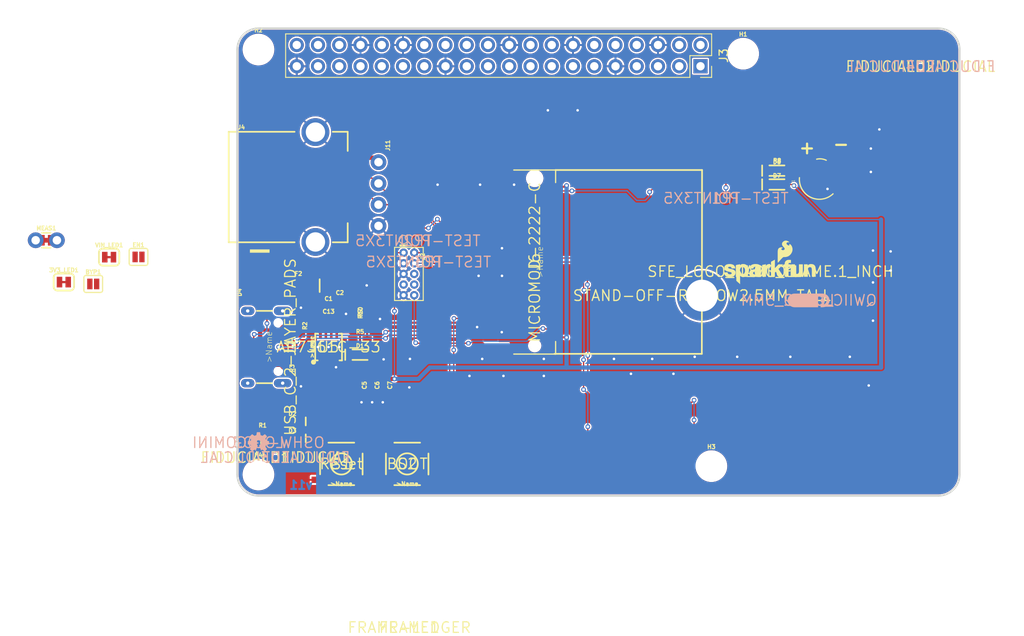
<source format=kicad_pcb>
(kicad_pcb (version 20211014) (generator pcbnew)
  (layers (0 "F.Cu" signal) (31 "B.Cu" signal) (34 "B.Paste" user) (35 "F.Paste" user) (36 "B.SilkS" user "B.Silkscreen") (37 "F.SilkS" user "F.Silkscreen") (38 "B.Mask" user) (39 "F.Mask" user) (44 "Edge.Cuts" user))
  (net 0 "")
  (net 1 "GND")
  (net 2 "3.3V")
  (net 3 "V_USB")
  (net 4 "VIN")
  (net 5 "Net-(3V3_LED1-Pad1)")
  (net 6 "Net-(BT1-Pad+)")
  (net 7 "/3.3V_EN")
  (net 8 "Net-(D2-PadA)")
  (net 9 "Net-(D3-PadA)")
  (net 10 "Net-(D3-PadC)")
  (net 11 "Net-(D4-PadC)")
  (net 12 "/RTC_3V")
  (net 13 "Net-(EN1-Pad2)")
  (net 14 "Net-(J1-PadA5)")
  (net 15 "/USB_P")
  (net 16 "/USB_N")
  (net 17 "Net-(J1-PadB5)")
  (net 18 "Net-(J1-PadSHLD1)")
  (net 20 "/~{RESET}")
  (net 21 "/USBHOST_P")
  (net 22 "/USBHOST_N")
  (net 23 "/D0")
  (net 24 "/~{BOOT}")
  (net 25 "/RTS1")
  (net 26 "/CTS1")
  (net 27 "/TX1")
  (net 28 "/D1")
  (net 29 "/RX1")
  (net 30 "/PWM0")
  (net 31 "/PWM1")
  (net 32 "/VIN{slash}3")
  (net 33 "/SDA1")
  (net 34 "/SCL1")
  (net 35 "/~{CS}")
  (net 36 "/SCK")
  (net 37 "/COPI")
  (net 38 "/SCK1")
  (net 39 "/CIPO")
  (net 40 "/COPI1")
  (net 41 "/CIPO1{slash}DAT0")
  (net 42 "/DAT1")
  (net 43 "/DAT2")
  (net 44 "/~{CS1}{slash}DAT3")
  (net 45 "Net-(MEAS1-Pad1)")
  (net 46 "PI_GPIO0")
  (net 47 "PI_GPIO1")
  (net 48 "+3V3")
  (net 49 "+5V")
  (net 50 "PI_SDA")
  (net 51 "PI_SCL")
  (net 52 "PI-ACT")
  (net 53 "PI-D4")
  (net 54 "PI-D5")
  (net 55 "PI-D7")
  (net 56 "PI-DP")
  (net 57 "PI-SEL")
  (net 58 "PI-REQ")
  (net 59 "PI-MSG")
  (net 60 "PI-C_D")
  (net 61 "PI-D0")
  (net 62 "PI_GPIO9")
  (net 63 "PI-I_O")
  (net 64 "PI-D1")
  (net 65 "PI-DTD")
  (net 66 "PI-TAD")
  (net 67 "DBG_LED")
  (net 68 "PI-IND")
  (net 69 "PI-D2")
  (net 70 "PI-D3")
  (net 71 "PI-ATN")
  (net 72 "PI-D6")
  (net 73 "PI-BSY")
  (net 74 "PI-RST")
  (net 75 "PI-ACK")
  (footprint "MicroMod_ATP_CarrierBoard:0603" (layer "F.Cu") (at 123.1011 119.7356 -90)
    (fp_text reference "C7")
    (fp_text value "0.22uF")
  )
  (footprint "MicroMod_ATP_CarrierBoard:COMBO-JUMPER_2_NC_TRACE" (layer "F.Cu") (at 82.5 102.4)
    (fp_text reference "MEAS1")
    (fp_text value "JUMPER-COMBO_2_NC_TRACE")
  )
  (footprint "MicroMod_ATP_CarrierBoard:M.2-CONNECTOR-E" (layer "F.Cu") (at 140.8811 105.0036 -90)
    (fp_text reference "J6")
    (fp_text value "MICROMOD-2222-C")
  )
  (footprint "MicroMod_ATP_CarrierBoard:0603" (layer "F.Cu") (at 121.0691 111.0996 90)
    (fp_text reference "R9")
    (fp_text value "10k")
  )
  (footprint "MicroMod_ATP_CarrierBoard:SMT-JUMPER_2_NC_TRACE_SILK" (layer "F.Cu") (at 84.6 107.4)
    (fp_text reference "3V3_LED1")
    (fp_text value "JUMPER-SMT_2_NC_TRACE_SILK")
  )
  (footprint "MicroMod_ATP_CarrierBoard:UDFN-8" (layer "F.Cu") (at 116.2431 115.1636)
    (fp_text reference "U5")
    (fp_text value "AP7361C-33")
  )
  (footprint "MicroMod_ATP_CarrierBoard:TACTILE_SWITCH_SMD_5.2MM" (layer "F.Cu") (at 117.7671 129.1336 180)
    (fp_text reference "S1")
    (fp_text value "Reset")
  )
  (footprint "MicroMod_ATP_CarrierBoard:0603" (layer "F.Cu") (at 121.5771 119.7356 -90)
    (fp_text reference "C6")
    (fp_text value "0.1uF")
  )
  (footprint "MicroMod_ATP_CarrierBoard:0603" (layer "F.Cu") (at 169.8625 92.4052 180)
    (fp_text reference "R8")
    (fp_text value "1k")
  )
  (footprint "MicroMod_ATP_CarrierBoard:TACTILE_SWITCH_SMD_5.2MM" (layer "F.Cu") (at 125.6411 129.1336 180)
    (fp_text reference "S2")
    (fp_text value "BOOT")
  )
  (footprint "MicroMod_ATP_CarrierBoard:STAND-OFF" (layer "F.Cu") (at 107.8611 130.4036)
    (fp_text reference "H4")
    (fp_text value "STAND-OFF")
  )
  (footprint "MicroMod_ATP_CarrierBoard:SMT-JUMPER_2_NO_SILK" (layer "F.Cu") (at 93.523 104.3946)
    (fp_text reference "EN1")
    (fp_text value "JUMPER-SMT_2_NO_SILK")
  )
  (footprint "MicroMod_ATP_CarrierBoard:STAND-OFF" (layer "F.Cu") (at 162 129.4)
    (fp_text reference "H3")
    (fp_text value "STAND-OFF")
  )
  (footprint "MicroMod_ATP_CarrierBoard:FIDUCIAL-MICRO" (layer "F.Cu") (at 109.8931 128.3716)
    (fp_text reference "FD1")
    (fp_text value "FIDUCIALUFIDUCIAL")
  )
  (footprint "MicroMod_ATP_CarrierBoard:0603" (layer "F.Cu") (at 112.9411 117.7036 90)
    (fp_text reference "R3")
    (fp_text value "5.1k")
  )
  (footprint "MicroMod_ATP_CarrierBoard:STAND-OFF" (layer "F.Cu") (at 107.8611 79.6036)
    (fp_text reference "H2")
    (fp_text value "STAND-OFF")
  )
  (footprint "MicroMod_ATP_CarrierBoard:CREATIVE_COMMONS" (layer "F.Cu") (at 125.8951 148.6916)
    (fp_text reference "FRAME1")
    (fp_text value "FRAME-LEDGER")
  )
  (footprint "MicroMod_ATP_CarrierBoard:0603" (layer "F.Cu") (at 108.4961 126.0856 180)
    (fp_text reference "R4")
    (fp_text value "1k")
  )
  (footprint "MicroMod_ATP_CarrierBoard:0603" (layer "F.Cu") (at 116.2431 110.4392)
    (fp_text reference "C1")
    (fp_text value "0.1uF")
  )
  (footprint "MicroMod_ATP_CarrierBoard:0603" (layer "F.Cu") (at 116.2431 111.9632)
    (fp_text reference "C13")
    (fp_text value "0.22uF")
  )
  (footprint "MicroMod_ATP_CarrierBoard:LED-0603" (layer "F.Cu") (at 111.9251 126.0856)
    (fp_text reference "D3")
    (fp_text value "RED")
  )
  (footprint "MicroMod_ATP_CarrierBoard:ML414H_IV01E" (layer "F.Cu") (at 174.9171 95.0976 90)
    (fp_text reference "BT1")
    (fp_text value "ML414H")
  )
  (footprint "MicroMod_ATP_CarrierBoard:SMT-JUMPER_2_NO_SILK" (layer "F.Cu") (at 88.113 107.6246)
    (fp_text reference "BYP1")
    (fp_text value "JUMPER-SMT_2_NO_SILK")
  )
  (footprint "MicroMod_ATP_CarrierBoard:DO-214BA" (layer "F.Cu") (at 108.0389 106.9086 90)
    (fp_text reference "D4")
    (fp_text value "1A/15V/220mV")
  )
  (footprint "MicroMod_ATP_CarrierBoard:SMT-JUMPER_2_NC_TRACE_SILK" (layer "F.Cu") (at 90.01 104.42)
    (fp_text reference "VIN_LED1")
    (fp_text value "JUMPER-SMT_2_NC_TRACE_SILK")
  )
  (footprint "MicroMod_ATP_CarrierBoard:STAND-OFF-REFLOW-M2.5" (layer "F.Cu") (at 160.8709 109.0168)
    (fp_text reference "H5")
    (fp_text value "STAND-OFF-REFLOW2.5MM_TALL")
  )
  (footprint "MicroMod_ATP_CarrierBoard:USB-C-16P-2LAYER-PADS" (layer "F.Cu") (at 111.6711 115.1636 -90)
    (fp_text reference "J1")
    (fp_text value "USB_C_2-LAYER_PADS")
  )
  (footprint "MicroMod_ATP_CarrierBoard:STAND-OFF" (layer "F.Cu") (at 165.8 80.1)
    (fp_text reference "H1")
    (fp_text value "STAND-OFF")
  )
  (footprint "MicroMod_ATP_CarrierBoard:EIA3216" (layer "F.Cu") (at 117.5893 107.823 180)
    (fp_text reference "C2")
    (fp_text value "10uF")
  )
  (footprint "MicroMod_ATP_CarrierBoard:0603" (layer "F.Cu") (at 119.5705 111.0742 -90)
    (fp_text reference "R10")
    (fp_text value "20k")
  )
  (footprint "MicroMod_ATP_CarrierBoard:0603" (layer "F.Cu") (at 120.0023 114.3762)
    (fp_text reference "R5")
    (fp_text value "100k")
  )
  (footprint "MicroMod_ATP_CarrierBoard:0603" (layer "F.Cu") (at 108.3691 124.0536 180)
    (fp_text reference "R1")
    (fp_text value "1k")
  )
  (footprint "MicroMod_ATP_CarrierBoard:1X04_NO_SILK" (layer "F.Cu") (at 122.2121 93.0656 -90)
    (fp_text reference "J11")
    (fp_text value "CONN_041X04_NO_SILK_NO_POP")
  )
  (footprint "MicroMod_ATP_CarrierBoard:SOD-323" (layer "F.Cu") (at 120.0023 116.078)
    (fp_text reference "D1")
    (fp_text value "3.3V")
  )
  (footprint "MicroMod_ATP_CarrierBoard:0603" (layer "F.Cu") (at 120.0531 119.7356 -90)
    (fp_text reference "C5")
    (fp_text value "1.0uF")
  )
  (footprint "MicroMod_ATP_CarrierBoard:LED-0603" (layer "F.Cu") (at 111.9251 124.0536)
    (fp_text reference "D2")
    (fp_text value "RED")
  )
  (footprint "MicroMod_ATP_CarrierBoard:SFE_LOGO_NAME_FLAME_.1" (layer "F.Cu") (at 169.0751 106.1466)
    (fp_text reference "LOGO1")
    (fp_text value "SFE_LOGO_NAME_FLAME.1_INCH")
  )
  (footprint "MicroMod_ATP_CarrierBoard:SOD-323" (layer "F.Cu") (at 169.8371 95.7326)
    (fp_text reference "D7")
    (fp_text value "1A/23V/620mV")
  )
  (footprint "MicroMod_ATP_CarrierBoard:0603" (layer "F.Cu") (at 112.9411 112.6236 -90)
    (fp_text reference "R2")
    (fp_text value "5.1k")
  )
  (footprint "MicroMod_ATP_CarrierBoard:USB-A-S-SILK-FEMALE" (layer "F.Cu") (at 111.6711 96.0374)
    (fp_text reference "J4")
    (fp_text value "USB_A_SMT_FEMALE")
  )
  (footprint "MicroMod_ATP_CarrierBoard:FIDUCIAL-MICRO" (layer "F.Cu") (at 186.9981 81.6356)
    (fp_text reference "FD2")
    (fp_text value "FIDUCIALUFIDUCIAL")
  )
  (footprint "MicroMod_ATP_CarrierBoard:1210" (layer "F.Cu") (at 112.6363 108.077)
    (fp_text reference "F2")
    (fp_text value "6V/2A")
  )
  (footprint "MicroMod_ATP_CarrierBoard:SOD-323" (layer "F.Cu") (at 169.8371 94.0816)
    (fp_text reference "D6")
    (fp_text value "3A/10V/280mV")
  )
  (footprint "MicroMod_ATP_CarrierBoard:2X5-PTH-1.27MM" (layer "F.Cu") (at 125.8443 106.426 -90)
    (fp_text reference "J2")
    (fp_text value "JTAG")
  )
  (footprint "Connector_PinSocket_2.54mm:PinSocket_2x20_P2.54mm_Vertical" (layer "F.Cu") (at 160.7 81.6 -90)
    (fp_text reference "J3")
    (fp_text value "Raspberry_Pi_2_3")
  )
  (footprint "MicroMod_ATP_CarrierBoard:PAD.03X.05" (layer "B.Cu") (at 163.7411 97.3836 180)
    (fp_text reference "TP1")
    (fp_text value "TEST-POINT3X5")
  )
  (footprint "MicroMod_ATP_CarrierBoard:PAD.03X.05" (layer "B.Cu") (at 128.1811 105.0036 180)
    (fp_text reference "TP3")
    (fp_text value "TEST-POINT3X5")
  )
  (footprint "MicroMod_ATP_CarrierBoard:FIDUCIAL-MICRO" (layer "B.Cu") (at 109.8931 128.3716 180)
    (fp_text reference "FD3")
    (fp_text value "FIDUCIALUFIDUCIAL")
  )
  (footprint "MicroMod_ATP_CarrierBoard:PAD.03X.05" (layer "B.Cu") (at 126.9111 102.4636 180)
    (fp_text reference "TP2")
    (fp_text value "TEST-POINT3X5")
  )
  (footprint "MicroMod_ATP_CarrierBoard:OSHW-LOGO-MINI" (layer "B.Cu") (at 107.8611 126.5936 180)
    (fp_text reference "LOGO3")
    (fp_text value "OSHW-LOGOMINI")
  )
  (footprint "MicroMod_ATP_CarrierBoard:FIDUCIAL-MICRO" (layer "B.Cu") (at 186.9981 81.6356 180)
    (fp_text reference "FD4")
    (fp_text value "FIDUCIALUFIDUCIAL")
  )
  (footprint "MicroMod_ATP_CarrierBoard:QWIIC_5MM" (layer "B.Cu") (at 173.6471 109.5756 180)
    (fp_text reference "LOGO2")
    (fp_text value "QWIIC_LOGO_5MM")
  )
  (gr_circle (center 125.1839 102.3112) (end 125.6919 102.3112) (layer "B.SilkS") (width 0.1) (fill none))
  (gr_line (start 160.8599 115.9764) (end 143.2433 115.9764) (layer "F.SilkS") (width 0.2032))
  (gr_circle (center 125.1839 102.3112) (end 125.6919 102.3112) (layer "F.SilkS") (width 0.1) (fill none))
  (gr_line (start 143.3703 94.0054) (end 160.8853 94.0054) (layer "F.SilkS") (width 0.2032))
  (gr_line (start 160.8853 94.0054) (end 160.8599 115.9764) (layer "F.SilkS") (width 0.2032))
  (gr_arc (start 189.1411 77.0636) (mid 190.937151 77.807549) (end 191.6811 79.6036) (layer "Edge.Cuts") (width 0.2032))
  (gr_line (start 107.8611 77.0636) (end 189.1411 77.0636) (layer "Edge.Cuts") (width 0.2032))
  (gr_line (start 191.6811 79.6036) (end 191.6811 130.4036) (layer "Edge.Cuts") (width 0.2032))
  (gr_arc (start 191.6811 130.4036) (mid 190.937151 132.199651) (end 189.1411 132.9436) (layer "Edge.Cuts") (width 0.2032))
  (gr_line (start 105.3211 130.4036) (end 105.3211 79.6036) (layer "Edge.Cuts") (width 0.2032))
  (gr_line (start 189.1411 132.9436) (end 107.8611 132.9436) (layer "Edge.Cuts") (width 0.2032))
  (gr_arc (start 107.8611 132.9436) (mid 106.065049 132.199651) (end 105.3211 130.4036) (layer "Edge.Cuts") (width 0.2032))
  (gr_arc (start 105.3211 79.6036) (mid 106.065049 77.807549) (end 107.8611 77.0636) (layer "Edge.Cuts") (width 0.2032))
  (gr_text "v11" (at 112.9411 131.6736) (layer "B.Cu") (effects (font (size 1.016 1.016) (thickness 0.254)) (justify mirror)))
  (gr_text "+" (at 172.3263 92.202) (layer "F.SilkS") (effects (font (size 1.5113 1.5113) (thickness 0.2667)) (justify left bottom)))
  (gr_text "-" (at 176.3903 91.7702) (layer "F.SilkS") (effects (font (size 1.5113 1.5113) (thickness 0.2667)) (justify left bottom)))
  (segment (start 111.3311 118.3886) (end 112.7761 118.3886) (width 0.1778) (layer "F.Cu") (net 1))
  (segment (start 112.7761 118.3886) (end 112.9411 118.5536) (width 0.1778) (layer "F.Cu") (net 1))
  (segment (start 112.7761 111.9386) (end 112.9411 111.7736) (width 0.1778) (layer "F.Cu") (net 1))
  (segment (start 111.3311 111.9386) (end 112.7761 111.9386) (width 0.1778) (layer "F.Cu") (net 1))
  (via (at 181.0639 91.44) (size 0.5588) (drill 0.3048) (layers "F.Cu" "B.Cu") (net 1))
  (via (at 181.3179 112.014) (size 0.5588) (drill 0.3048) (layers "F.Cu" "B.Cu") (net 1))
  (via (at 137.1473 118.618) (size 0.5588) (drill 0.3048) (layers "F.Cu" "B.Cu") (net 1))
  (via (at 181.3179 107.442) (size 0.5588) (drill 0.3048) (layers "F.Cu" "B.Cu") (net 1))
  (via (at 150.3553 116.586) (size 0.5588) (drill 0.3048) (layers "F.Cu" "B.Cu") (net 1))
  (via (at 133.0833 118.618) (size 0.5588) (drill 0.3048) (layers "F.Cu" "B.Cu") (net 1))
  (via (at 122.3899 111.8108) (size 0.5588) (drill 0.3048) (layers "F.Cu" "B.Cu") (net 1))
  (via (at 136.9695 106.6546) (size 0.5588) (drill 0.3048) (layers "F.Cu" "B.Cu") (net 1))
  (via (at 120.7991 107.7976) (size 0.5588) (drill 0.3048) (layers "F.Cu" "B.Cu") (net 1))
  (via (at 121.4501 121.7676) (size 0.5588) (drill 0.3048) (layers "F.Cu" "B.Cu") (net 1))
  (via (at 180.8099 119.761) (size 0.5588) (drill 0.3048) (layers "F.Cu" "B.Cu") (net 1))
  (via (at 117.5131 115.1636) (size 0.5588) (drill 0.3048) (layers "F.Cu" "B.Cu") (net 1))
  (via (at 152.3873 118.364) (size 0.5588) (drill 0.3048) (layers "F.Cu" "B.Cu") (net 1))
  (via (at 146.0119 86.868) (size 0.5588) (drill 0.3048) (layers "F.Cu" "B.Cu") (net 1))
  (via (at 117.1321 117.5766) (size 0.5588) (drill 0.3048) (layers "F.Cu" "B.Cu") (net 1))
  (via (at 136.9695 103.3526) (size 0.5588) (drill 0.3048) (layers "F.Cu" "B.Cu") (net 1))
  (via (at 133.9977 112.776) (size 0.5588) (drill 0.3048) (layers "F.Cu" "B.Cu") (net 1))
  (via (at 178.5493 116.332) (size 0.5588) (drill 0.3048) (layers "F.Cu" "B.Cu") (net 1))
  (via (at 122.8217 116.6368) (size 0.5588) (drill 0.3048) (layers "F.Cu" "B.Cu") (net 1))
  (via (at 183.4261 103.7336) (size 0.5588) (drill 0.3048) (layers "F.Cu" "B.Cu") (net 1))
  (via (at 165.0873 116.332) (size 0.5588) (drill 0.3048) (layers "F.Cu" "B.Cu") (net 1))
  (via (at 183.4261 106.0196) (size 0.5588) (drill 0.3048) (layers "F.Cu" "B.Cu") (net 1))
  (via (at 171.4373 116.332) (size 0.5588) (drill 0.3048) (layers "F.Cu" "B.Cu") (net 1))
  (via (at 134.6073 116.586) (size 0.5588) (drill 0.3048) (layers "F.Cu" "B.Cu") (net 1))
  (via (at 154.9273 116.586) (size 0.5588) (drill 0.3048) (layers "F.Cu" "B.Cu") (net 1))
  (via (at 120.1801 121.7676) (size 0.5588) (drill 0.3048) (layers "F.Cu" "B.Cu") (net 1))
  (via (at 141.9733 116.586) (size 0.5588) (drill 0.3048) (layers "F.Cu" "B.Cu") (net 1))
  (via (at 112.9411 110.4646) (size 0.5588) (drill 0.3048) (layers "F.Cu" "B.Cu") (net 1))
  (via (at 142.4559 86.868) (size 0.5588) (drill 0.3048) (layers "F.Cu" "B.Cu") (net 1))
  (via (at 129.2733 95.758) (size 0.5588) (drill 0.3048) (layers "F.Cu" "B.Cu") (net 1))
  (via (at 182.0799 89.154) (size 0.5588) (drill 0.3048) (layers "F.Cu" "B.Cu") (net 1))
  (via (at 134.3533 95.758) (size 0.5588) (drill 0.3048) (layers "F.Cu" "B.Cu") (net 1))
  (via (at 136.9441 113.3856) (size 0.5588) (drill 0.3048) (layers "F.Cu" "B.Cu") (net 1))
  (via (at 160.0073 116.332) (size 0.5588) (drill 0.3048) (layers "F.Cu" "B.Cu") (net 1))
  (via (at 138.4173 95.758) (size 0.5588) (drill 0.3048) (layers "F.Cu" "B.Cu") (net 1))
  (via (at 125.9713 116.586) (size 0.5588) (drill 0.3048) (layers "F.Cu" "B.Cu") (net 1))
  (via (at 122.7201 121.7676) (size 0.5588) (drill 0.3048) (layers "F.Cu" "B.Cu") (net 1))
  (via (at 125.8951 119.9896) (size 0.5588) (drill 0.3048) (layers "F.Cu" "B.Cu") (net 1))
  (via (at 181.0639 94.234) (size 0.5588) (drill 0.3048) (layers "F.Cu" "B.Cu") (net 1))
  (via (at 118.3259 111.2012) (size 0.5588) (drill 0.3048) (layers "F.Cu" "B.Cu") (net 1))
  (via (at 112.9411 119.8626) (size 0.5588) (drill 0.3048) (layers "F.Cu" "B.Cu") (net 1))
  (via (at 134.1755 106.6546) (size 0.5588) (drill 0.3048) (layers "F.Cu" "B.Cu") (net 1))
  (via (at 114.9731 115.1636) (size 0.5588) (drill 0.3048) (layers "F.Cu" "B.Cu") (net 1))
  (via (at 116.2431 115.1636) (size 0.5588) (drill 0.3048) (layers "F.Cu" "B.Cu") (net 1))
  (via (at 175.8823 96.266) (size 0.5588) (drill 0.3048) (layers "F.Cu" "B.Cu") (net 1))
  (via (at 157.4673 118.364) (size 0.5588) (drill 0.3048) (layers "F.Cu" "B.Cu") (net 1))
  (via (at 141.9733 118.618) (size 0.5588) (drill 0.3048) (layers "F.Cu" "B.Cu") (net 1))
  (via (at 181.3179 103.632) (size 0.5588) (drill 0.3048) (layers "F.Cu" "B.Cu") (net 1))
  (segment (start 117.0051 121.5136) (end 118.0211 120.4976) (width 0.1778) (layer "F.Cu") (net 2))
  (segment (start 170.9871 95.7326) (end 171.7421 95.7326) (width 0.1524) (layer "F.Cu") (net 2))
  (segment (start 118.0211 118.9736) (end 118.1091 118.8856) (width 0.762) (layer "F.Cu") (net 2))
  (segment (start 108.1151 121.5136) (end 117.0051 121.5136) (width 0.1778) (layer "F.Cu") (net 2))
  (segment (start 144.6741 114.0036) (end 144.6911 114.0206) (width 0.254) (layer "F.Cu") (net 2))
  (segment (start 118.1091 118.8856) (end 120.0531 118.8856) (width 0.762) (layer "F.Cu") (net 2))
  (segment (start 124.1171 104.2416) (end 124.4727 103.886) (width 0.1524) (layer "F.Cu") (net 2))
  (segment (start 124.1171 118.9736) (end 123.1891 118.9736) (width 0.508) (layer "F.Cu") (net 2))
  (segment (start 143.1561 114.0036) (end 144.6741 114.0036) (width 0.254) (layer "F.Cu") (net 2))
  (segment (start 124.4727 103.886) (end 125.2093 103.886) (width 0.1524) (layer "F.Cu") (net 2))
  (segment (start 144.5471 96.0036) (end 144.6911 95.8596) (width 0.254) (layer "F.Cu") (net 2))
  (segment (start 171.8691 95.8596) (end 171.7421 95.7326) (width 0.1524) (layer "F.Cu") (net 2))
  (segment (start 123.1891 118.9736) (end 123.1011 118.8856) (width 0.508) (layer "F.Cu") (net 2))
  (segment (start 143.1561 96.0036) (end 144.5471 96.0036) (width 0.254) (layer "F.Cu") (net 2))
  (segment (start 124.1171 110.871) (end 124.1171 104.2416) (width 0.1524) (layer "F.Cu") (net 2))
  (segment (start 121.5771 118.8856) (end 123.1011 118.8856) (width 0.762) (layer "F.Cu") (net 2))
  (segment (start 120.0531 118.8856) (end 121.5771 118.8856) (width 0.762) (layer "F.Cu") (net 2))
  (segment (start 107.5191 124.0536) (end 107.5191 122.1096) (width 0.1778) (layer "F.Cu") (net 2))
  (segment (start 118.0211 120.4976) (end 118.0211 118.9736) (width 0.1778) (layer "F.Cu") (net 2))
  (segment (start 107.5191 122.1096) (end 108.1151 121.5136) (width 0.1778) (layer "F.Cu") (net 2))
  (via (at 144.6911 95.8596) (size 0.5588) (drill 0.3048) (layers "F.Cu" "B.Cu") (net 2))
  (via (at 171.8691 95.8596) (size 0.5588) (drill 0.3048) (layers "F.Cu" "B.Cu") (net 2))
  (via (at 124.1171 110.871) (size 0.5588) (drill 0.3048) (layers "F.Cu" "B.Cu") (net 2))
  (via (at 124.1171 118.9736) (size 0.5588) (drill 0.3048) (layers "F.Cu" "B.Cu") (net 2))
  (via (at 144.6911 114.0206) (size 0.5588) (drill 0.3048) (layers "F.Cu" "B.Cu") (net 2))
  (segment (start 124.1171 118.9736) (end 124.1171 110.871) (width 0.1524) (layer "B.Cu") (net 2))
  (segment (start 144.6911 117.6156) (end 182.2831 117.6156) (width 0.508) (layer "B.Cu") (net 2))
  (segment (start 182.2831 117.6156) (end 182.2831 99.9236) (width 0.508) (layer "B.Cu") (net 2))
  (segment (start 128.3453 117.6156) (end 126.9873 118.9736) (width 0.508) (layer "B.Cu") (net 2))
  (segment (start 171.8691 95.8596) (end 175.9331 99.9236) (width 0.1524) (layer "B.Cu") (net 2))
  (segment (start 124.1171 118.9736) (end 126.9873 118.9736) (width 0.508) (layer "B.Cu") (net 2))
  (segment (start 175.9331 99.9236) (end 182.2831 99.9236) (width 0.1524) (layer "B.Cu") (net 2))
  (segment (start 128.3453 117.6156) (end 144.6911 117.6156) (width 0.508) (layer "B.Cu") (net 2))
  (segment (start 144.6911 114.0206) (end 144.6911 95.8596) (width 0.508) (layer "B.Cu") (net 2))
  (segment (start 144.6911 117.6156) (end 144.6911 114.0206) (width 0.508) (layer "B.Cu") (net 2))
  (segment (start 110.518537 117.3476) (end 110.784537 117.6136) (width 0.4064) (layer "F.Cu") (net 3))
  (segment (start 108.9021 117.3476) (end 108.0643 116.5098) (width 0.508) (layer "F.Cu") (net 3))
  (segment (start 108.0643 108.966) (end 108.0389 108.9406) (width 0.508) (layer "F.Cu") (net 3))
  (segment (start 109.4867 108.9406) (end 110.3757 108.0516) (width 0.508) (layer "F.Cu") (net 3))
  (segment (start 110.518537 117.3476) (end 108.9021 117.3476) (width 0.4064) (layer "F.Cu") (net 3))
  (segment (start 111.3311 112.7136) (end 110.784537 112.7136) (width 0.4064) (layer "F.Cu") (net 3))
  (segment (start 110.366537 113.1316) (end 108.0643 113.1316) (width 0.4064) (layer "F.Cu") (net 3))
  (segment (start 108.0643 116.5098) (end 108.0643 113.1316) (width 0.508) (layer "F.Cu") (net 3))
  (segment (start 110.784537 112.7136) (end 110.366537 113.1316) (width 0.4064) (layer "F.Cu") (net 3))
  (segment (start 111.1363 108.077) (end 111.1363 108.0516) (width 0.508) (layer "F.Cu") (net 3))
  (segment (start 110.784537 117.6136) (end 111.3311 117.6136) (width 0.4064) (layer "F.Cu") (net 3))
  (segment (start 108.0389 108.9406) (end 109.4867 108.9406) (width 0.508) (layer "F.Cu") (net 3))
  (segment (start 110.3757 108.0516) (end 111.1363 108.0516) (width 0.508) (layer "F.Cu") (net 3))
  (segment (start 108.0643 113.1316) (end 108.0643 108.966) (width 0.508) (layer "F.Cu") (net 3))
  (segment (start 119.5451 113.0046) (end 120.8151 113.0046) (width 0.254) (layer "F.Cu") (net 4))
  (segment (start 115.3931 109.4994) (end 115.3931 110.4392) (width 0.5588) (layer "F.Cu") (net 4))
  (segment (start 116.1893 107.823) (end 116.1893 108.7032) (width 0.5588) (layer "F.Cu") (net 4))
  (segment (start 106.4641 122.7074) (end 108.6231 120.5484) (width 0.1778) (layer "F.Cu") (net 4))
  (segment (start 108.8771 110.6174) (end 109.6141 109.8804) (width 0.1778) (layer "F.Cu") (net 4))
  (segment (start 119.5705 112.9792) (end 119.5451 113.0046) (width 0.254) (layer "F.Cu") (net 4))
  (segment (start 112.4331 108.4072) (end 112.7633 108.077) (width 0.1778) (layer "F.Cu") (net 4))
  (segment (start 108.6231 118.205219) (end 107.2896 116.871719) (width 0.1778) (layer "F.Cu") (net 4))
  (segment (start 112.0521 109.8804) (end 112.4331 109.4994) (width 0.1778) (layer "F.Cu") (net 4))
  (segment (start 108.6231 120.5484) (end 108.6231 118.205219) (width 0.1778) (layer "F.Cu") (net 4))
  (segment (start 108.8771 112.3446) (end 108.8771 110.6174) (width 0.1778) (layer "F.Cu") (net 4))
  (segment (start 114.1363 108.077) (end 114.3903 107.823) (width 0.508) (layer "F.Cu") (net 4))
  (segment (start 107.2896 113.7031) (end 107.2896 116.871719) (width 0.1778) (layer "F.Cu") (net 4))
  (segment (start 107.3531 113.6396) (end 107.2896 113.7031) (width 0.1778) (layer "F.Cu") (net 4))
  (segment (start 115.3931 110.4392) (end 115.3931 111.9632) (width 0.508) (layer "F.Cu") (net 4))
  (segment (start 112.7633 108.077) (end 114.1363 108.077) (width 0.1778) (layer "F.Cu") (net 4))
  (segment (start 123.4711 112.2536) (end 135.6061 112.2536) (width 0.254) (layer "F.Cu") (net 4))
  (segment (start 120.8151 113.0046) (end 122.7201 113.0046) (width 0.254) (layer "F.Cu") (net 4))
  (segment (start 115.2681 113.0046) (end 119.5451 113.0046) (width 0.254) (layer "F.Cu") (net 4))
  (segment (start 116.1893 108.7032) (end 115.3931 109.4994) (width 0.5588) (layer "F.Cu") (net 4))
  (segment (start 109.6141 109.8804) (end 112.0521 109.8804) (width 0.1778) (layer "F.Cu") (net 4))
  (segment (start 107.6461 126.0856) (end 106.4641 124.9036) (width 0.1778) (layer "F.Cu") (net 4))
  (segment (start 122.7201 113.0046) (end 123.4711 112.2536) (width 0.254) (layer "F.Cu") (net 4))
  (segment (start 120.8523 114.3762) (end 120.8523 113.0418) (width 0.254) (layer "F.Cu") (net 4))
  (segment (start 112.4331 109.4994) (end 112.4331 108.4072) (width 0.1778) (layer "F.Cu") (net 4))
  (segment (start 106.4641 124.9036) (end 106.4641 122.7074) (width 0.1778) (layer "F.Cu") (net 4))
  (segment (start 119.5705 111.9242) (end 119.5705 112.9792) (width 0.254) (layer "F.Cu") (net 4))
  (segment (start 116.1893 107.823) (end 114.3903 107.823) (width 0.508) (layer "F.Cu") (net 4))
  (segment (start 120.8523 113.0418) (end 120.8151 113.0046) (width 0.254) (layer "F.Cu") (net 4))
  (via (at 107.3531 113.6396) (size 0.5588) (drill 0.3048) (layers "F.Cu" "B.Cu") (net 4))
  (via (at 108.8771 112.3446) (size 0.5588) (drill 0.3048) (layers "F.Cu" "B.Cu") (net 4))
  (segment (start 108.8771 112.3446) (end 108.8771 113.1316) (width 0.1778) (layer "B.Cu") (net 4))
  (segment (start 107.3531 113.6396) (end 108.3691 113.6396) (width 0.1778) (layer "B.Cu") (net 4))
  (segment (start 108.8771 113.1316) (end 108.3691 113.6396) (width 0.1778) (layer "B.Cu") (net 4))
  (segment (start 171.8791 94.0816) (end 172.8851 93.0756) (width 0.1524) (layer "F.Cu") (net 6))
  (segment (start 170.9871 92.6798) (end 170.9871 94.0816) (width 0.1778) (layer "F.Cu") (net 6))
  (segment (start 170.7125 92.4052) (end 170.9871 92.6798) (width 0.1778) (layer "F.Cu") (net 6))
  (segment (start 170.9871 94.0816) (end 171.8791 94.0816) (width 0.1524) (layer "F.Cu") (net 6))
  (segment (start 118.9804 114.2043) (end 119.1523 114.3762) (width 0.1524) (layer "F.Cu") (net 7))
  (segment (start 117.2181 113.7886) (end 118.5647 113.7886) (width 0.1524) (layer "F.Cu") (net 7))
  (segment (start 118.8523 116.078) (end 118.8523 114.3324) (width 0.1524) (layer "F.Cu") (net 7))
  (segment (start 118.8523 114.3324) (end 118.9804 114.2043) (width 0.1524) (layer "F.Cu") (net 7))
  (segment (start 118.5647 113.7886) (end 118.9804 114.2043) (width 0.1524) (layer "F.Cu") (net 7))
  (segment (start 109.2191 124.0536) (end 111.0481 124.0536) (width 0.1778) (layer "F.Cu") (net 8))
  (segment (start 109.3461 126.0856) (end 111.0481 126.0856) (width 0.1778) (layer "F.Cu") (net 9))
  (segment (start 109.6593 92.5374) (end 118.8831 92.5374) (width 0.508) (layer "F.Cu") (net 11))
  (segment (start 108.0389 94.1578) (end 109.6593 92.5374) (width 0.508) (layer "F.Cu") (net 11))
  (segment (start 108.0389 104.8706) (end 108.0389 94.1578) (width 0.508) (layer "F.Cu") (net 11))
  (segment (start 118.8831 92.5374) (end 121.6839 92.5374) (width 0.508) (layer "F.Cu") (net 11))
  (segment (start 121.6839 92.5374) (end 122.2121 93.0656) (width 0.508) (layer "F.Cu") (net 11))
  (segment (start 169.0751 92.4678) (end 169.0125 92.4052) (width 0.1778) (layer "F.Cu") (net 12))
  (segment (start 155.68345 95.5548) (end 163.7411 95.5548) (width 0.1524) (layer "F.Cu") (net 12))
  (segment (start 163.7411 95.5548) (end 163.7411 96.1136) (width 0.1524) (layer "F.Cu") (net 12))
  (segment (start 168.6871 92.8558) (end 169.0751 92.4678) (width 0.1778) (layer "F.Cu") (net 12))
  (segment (start 168.5093 95.5548) (end 168.6871 95.7326) (width 0.1524) (layer "F.Cu") (net 12))
  (segment (start 143.1561 96.5036) (end 145.3171 96.5036) (width 0.1524) (layer "F.Cu") (net 12))
  (segment (start 168.6871 94.0816) (end 168.6871 92.8558) (width 0.1778) (layer "F.Cu") (net 12))
  (segment (start 168.5093 95.5548) (end 163.7411 95.5548) (width 0.1524) (layer "F.Cu") (net 12))
  (segment (start 154.61665 96.6216) (end 155.68345 95.5548) (width 0.1524) (layer "F.Cu") (net 12))
  (segment (start 168.6871 94.0816) (end 168.6871 95.7326) (width 0.1778) (layer "F.Cu") (net 12))
  (segment (start 145.3171 96.5036) (end 145.3261 96.4946) (width 0.1524) (layer "F.Cu") (net 12))
  (via (at 163.7411 96.1136) (size 0.604) (drill 0.35) (layers "F.Cu" "B.Cu") (net 12))
  (via (at 154.61665 96.6216) (size 0.5588) (drill 0.3048) (layers "F.Cu" "B.Cu") (net 12))
  (via (at 145.3261 96.4946) (size 0.5588) (drill 0.3048) (layers "F.Cu" "B.Cu") (net 12))
  (segment (start 151.9301 96.4946) (end 153.0731 97.6376) (width 0.1524) (layer "B.Cu") (net 12))
  (segment (start 163.7411 96.1136) (end 163.7411 97.3836) (width 0.1524) (layer "B.Cu") (net 12))
  (segment (start 154.0891 97.6376) (end 154.61665 97.11005) (width 0.1524) (layer "B.Cu") (net 12))
  (segment (start 154.61665 97.11005) (end 154.61665 96.6216) (width 0.1524) (layer "B.Cu") (net 12))
  (segment (start 153.0731 97.6376) (end 154.0891 97.6376) (width 0.1524) (layer "B.Cu") (net 12))
  (segment (start 145.3261 96.4946) (end 151.9301 96.4946) (width 0.1524) (layer "B.Cu") (net 12))
  (segment (start 111.3311 113.9136) (end 112.5011 113.9136) (width 0.1778) (layer "F.Cu") (net 14))
  (segment (start 112.5011 113.9136) (end 112.9411 113.4736) (width 0.1778) (layer "F.Cu") (net 14))
  (segment (start 123.0503 114.1222) (end 123.4189 113.7536) (width 0.1524) (layer "F.Cu") (net 15))
  (segment (start 135.6061 113.7536) (end 123.4189 113.7536) (width 0.1524) (layer "F.Cu") (net 15))
  (segment (start 110.2741 115.6716) (end 110.2741 115.1636) (width 0.1778) (layer "F.Cu") (net 15))
  (segment (start 110.5161 115.9136) (end 110.2741 115.6716) (width 0.1778) (layer "F.Cu") (net 15))
  (segment (start 110.5241 114.9136) (end 110.2741 115.1636) (width 0.1778) (layer "F.Cu") (net 15))
  (segment (start 111.3311 115.9136) (end 110.5161 115.9136) (width 0.1778) (layer "F.Cu") (net 15))
  (segment (start 111.3311 114.9136) (end 110.5241 114.9136) (width 0.1778) (layer "F.Cu") (net 15))
  (via (at 110.2741 115.1636) (size 0.5588) (drill 0.3048) (layers "F.Cu" "B.Cu") (net 15))
  (via (at 123.0503 114.1222) (size 0.5588) (drill 0.3048) (layers "F.Cu" "B.Cu") (net 15))
  (segment (start 123.0473 114.1252) (end 113.68365 114.1252) (width 0.1778) (layer "B.Cu") (net 15))
  (segment (start 110.3092 115.1285) (end 112.68035 115.1285) (width 0.1778) (layer "B.Cu") (net 15))
  (segment (start 110.2741 115.1636) (end 110.3092 115.1285) (width 0.1778) (layer "B.Cu") (net 15))
  (segment (start 112.68035 115.1285) (end 113.68365 114.1252) (width 0.1778) (layer "B.Cu") (net 15))
  (segment (start 123.0503 114.1222) (end 123.0473 114.1252) (width 0.1778) (layer "B.Cu") (net 15))
  (segment (start 111.3311 115.4136) (end 112.1831 115.4136) (width 0.1778) (layer "F.Cu") (net 16))
  (segment (start 135.6061 113.2536) (end 123.2077 113.2536) (width 0.1524) (layer "F.Cu") (net 16))
  (segment (start 112.4331 115.1636) (end 112.4331 114.5316) (width 0.1778) (layer "F.Cu") (net 16))
  (segment (start 112.3151 114.4136) (end 112.4331 114.5316) (width 0.1778) (layer "F.Cu") (net 16))
  (segment (start 112.1831 115.4136) (end 112.4331 115.1636) (width 0.1778) (layer "F.Cu") (net 16))
  (segment (start 111.3311 114.4136) (end 112.3151 114.4136) (width 0.1778) (layer "F.Cu") (net 16))
  (segment (start 123.0757 113.3856) (end 123.2077 113.2536) (width 0.1524) (layer "F.Cu") (net 16))
  (via (at 123.0757 113.3856) (size 0.5588) (drill 0.3048) (layers "F.Cu" "B.Cu") (net 16))
  (via (at 112.4331 114.5316) (size 0.5588) (drill 0.3048) (layers "F.Cu" "B.Cu") (net 16))
  (segment (start 122.6917 113.7696) (end 113.1951 113.7696) (width 0.1778) (layer "B.Cu") (net 16))
  (segment (start 112.4331 114.5316) (end 113.1951 113.7696) (width 0.1778) (layer "B.Cu") (net 16))
  (segment (start 123.0757 113.3856) (end 122.6917 113.7696) (width 0.1778) (layer "B.Cu") (net 16))
  (segment (start 111.3311 116.9136) (end 112.8811 116.9136) (width 0.1778) (layer "F.Cu") (net 17))
  (segment (start 112.8811 116.9136) (end 112.9411 116.8536) (width 0.1778) (layer "F.Cu") (net 17))
  (segment (start 126.6571 114.6556) (end 126.7079 114.7064) (width 0.1524) (layer "F.Cu") (net 20))
  (segment (start 122.26545 126.4158) (end 129.6289 126.4158) (width 0.1524) (layer "F.Cu") (net 20))
  (segment (start 120.5611 127.2286) (end 114.9731 127.2286) (width 0.1524) (layer "F.Cu") (net 20))
  (segment (start 143.1561 113.0036) (end 141.9215 113.0036) (width 0.1524) (layer "F.Cu") (net 20))
  (segment (start 132.9563 114.7064) (end 130.7211 114.7064) (width 0.1524) (layer "F.Cu") (net 20))
  (segment (start 130.7211 125.3236) (end 130.7211 114.7064) (width 0.1524) (layer "F.Cu") (net 20))
  (segment (start 122.26545 126.4158) (end 121.45265 127.2286) (width 0.1524) (layer "F.Cu") (net 20))
  (segment (start 129.6289 126.4158) (end 130.7211 125.3236) (width 0.1524) (layer "F.Cu") (net 20))
  (segment (start 141.9215 113.0036) (end 141.8717 112.9538) (width 0.1524) (layer "F.Cu") (net 20))
  (segment (start 121.45265 127.2286) (end 120.5611 127.2286) (width 0.1524) (layer "F.Cu") (net 20))
  (segment (start 130.7211 114.7064) (end 126.7079 114.7064) (width 0.1524) (layer "F.Cu") (net 20))
  (via (at 126.6571 114.6556) (size 0.5588) (drill 0.3048) (layers "F.Cu" "B.Cu") (net 20))
  (via (at 141.8717 112.9538) (size 0.5588) (drill 0.3048) (layers "F.Cu" "B.Cu") (net 20))
  (via (at 132.9563 114.7064) (size 0.5588) (drill 0.3048) (layers "F.Cu" "B.Cu") (net 20))
  (segment (start 133.4519 114.4648) (end 133.2103 114.7064) (width 0.1524) (layer "B.Cu") (net 20))
  (segment (start 141.4653 112.9538) (end 139.9543 114.4648) (width 0.1524) (layer "B.Cu") (net 20))
  (segment (start 126.4793 114.4778) (end 126.6571 114.6556) (width 0.1524) (layer "B.Cu") (net 20))
  (segment (start 141.8717 112.9538) (end 141.4653 112.9538) (width 0.1524) (layer "B.Cu") (net 20))
  (segment (start 133.2103 114.7064) (end 132.9563 114.7064) (width 0.1524) (layer "B.Cu") (net 20))
  (segment (start 126.4793 108.966) (end 126.4793 114.4778) (width 0.1524) (layer "B.Cu") (net 20))
  (segment (start 139.9543 114.4648) (end 133.4519 114.4648) (width 0.1524) (layer "B.Cu") (net 20))
  (segment (start 132.632662 103.7336) (end 129.853887 103.7336) (width 0.1524) (layer "F.Cu") (net 21))
  (segment (start 122.2121 98.1456) (end 126.4031 98.1456) (width 0.1524) (layer "F.Cu") (net 21))
  (segment (start 134.652662 105.7536) (end 132.632662 103.7336) (width 0.1524) (layer "F.Cu") (net 21))
  (segment (start 129.853887 103.7336) (end 129.1971 103.076813) (width 0.1524) (layer "F.Cu") (net 21))
  (segment (start 118.8831 97.0374) (end 121.1039 97.0374) (width 0.1524) (layer "F.Cu") (net 21))
  (segment (start 129.1971 103.076813) (end 129.1971 100.9396) (width 0.1524) (layer "F.Cu") (net 21))
  (segment (start 135.6061 105.7536) (end 134.652662 105.7536) (width 0.1524) (layer "F.Cu") (net 21))
  (segment (start 121.1039 97.0374) (end 122.2121 98.1456) (width 0.1524) (layer "F.Cu") (net 21))
  (segment (start 129.1971 100.9396) (end 126.4031 98.1456) (width 0.1524) (layer "F.Cu") (net 21))
  (segment (start 134.5271 105.2536) (end 132.7531 103.4796) (width 0.1524) (layer "F.Cu") (net 22))
  (segment (start 118.8831 95.0374) (end 118.9499 94.9706) (width 0.1524) (layer "F.Cu") (net 22))
  (segment (start 121.4501 94.9706) (end 118.9499 94.9706) (width 0.1524) (layer "F.Cu") (net 22))
  (segment (start 124.3711 97.8916) (end 122.0851 95.6056) (width 0.1524) (layer "F.Cu") (net 22))
  (segment (start 122.0851 95.6056) (end 122.2121 95.6056) (width 0.1524) (layer "F.Cu") (net 22))
  (segment (start 129.4511 102.9716) (end 129.4511 100.834388) (width 0.1524) (layer "F.Cu") (net 22))
  (segment (start 135.6061 105.2536) (end 134.5271 105.2536) (width 0.1524) (layer "F.Cu") (net 22))
  (segment (start 122.0851 95.6056) (end 121.4501 94.9706) (width 0.1524) (layer "F.Cu") (net 22))
  (segment (start 129.9591 103.4796) (end 129.4511 102.9716) (width 0.1524) (layer "F.Cu") (net 22))
  (segment (start 129.4511 100.834388) (end 126.508312 97.8916) (width 0.1524) (layer "F.Cu") (net 22))
  (segment (start 126.508312 97.8916) (end 124.3711 97.8916) (width 0.1524) (layer "F.Cu") (net 22))
  (segment (start 132.7531 103.4796) (end 129.9591 103.4796) (width 0.1524) (layer "F.Cu") (net 22))
  (segment (start 128.4351 127.2286) (end 129.8321 127.2286) (width 0.1524) (layer "F.Cu") (net 24))
  (segment (start 128.4351 127.2286) (end 122.8471 127.2286) (width 0.1524) (layer "F.Cu") (net 24))
  (segment (start 129.8321 127.2286) (end 131.2037 125.857) (width 0.1524) (layer "F.Cu") (net 24))
  (segment (start 131.2291 111.7456) (end 135.5981 111.7456) (width 0.1524) (layer "F.Cu") (net 24))
  (segment (start 131.2037 125.857) (end 131.2037 115.5192) (width 0.1524) (layer "F.Cu") (net 24))
  (segment (start 135.5981 111.7456) (end 135.6061 111.7536) (width 0.1524) (layer "F.Cu") (net 24))
  (via (at 131.2037 115.5192) (size 0.5588) (drill 0.3048) (layers "F.Cu" "B.Cu") (net 24))
  (via (at 131.2291 111.7456) (size 0.5588) (drill 0.3048) (layers "F.Cu" "B.Cu") (net 24))
  (segment (start 131.2037 111.771) (end 131.2037 115.5192) (width 0.1524) (layer "B.Cu") (net 24))
  (segment (start 131.2037 111.771) (end 131.2291 111.7456) (width 0.1524) (layer "B.Cu") (net 24))
  (segment (start 124.1679 100.9396) (end 128.1811 100.9396) (width 0.1524) (layer "F.Cu") (net 32))
  (segment (start 121.0691 110.2496) (end 121.6651 110.2496) (width 0.1524) (layer "F.Cu") (net 32))
  (segment (start 123.6599 101.4476) (end 124.1679 100.9396) (width 0.1524) (layer "F.Cu") (net 32))
  (segment (start 130.3401 100.965) (end 129.2479 99.8728) (width 0.1524) (layer "F.Cu") (net 32))
  (segment (start 119.5705 110.2242) (end 121.0437 110.2242) (width 0.1524) (layer "F.Cu") (net 32))
  (segment (start 121.0437 110.2242) (end 121.0691 110.2496) (width 0.1524) (layer "F.Cu") (net 32))
  (segment (start 130.5111 102.2536) (end 130.3401 102.0826) (width 0.1524) (layer "F.Cu") (net 32))
  (segment (start 130.3401 102.0826) (end 130.3401 100.965) (width 0.1524) (layer "F.Cu") (net 32))
  (segment (start 123.6599 108.2548) (end 123.6599 101.4476) (width 0.1524) (layer "F.Cu") (net 32))
  (segment (start 135.6061 102.2536) (end 130.5111 102.2536) (width 0.1524) (layer "F.Cu") (net 32))
  (segment (start 121.6651 110.2496) (end 123.6599 108.2548) (width 0.1524) (layer "F.Cu") (net 32))
  (via (at 129.2479 99.8728) (size 0.5588) (drill 0.3048) (layers "F.Cu" "B.Cu") (net 32))
  (via (at 128.1811 100.9396) (size 0.5588) (drill 0.3048) (layers "F.Cu" "B.Cu") (net 32))
  (segment (start 128.1811 100.9396) (end 129.2479 99.8728) (width 0.1524) (layer "B.Cu") (net 32))
  (segment (start 130.7211 106.5276) (end 128.0795 103.886) (width 0.1524) (layer "F.Cu") (net 46))
  (segment (start 132.7531 106.5276) (end 130.7211 106.5276) (width 0.1524) (layer "F.Cu") (net 46))
  (segment (start 126.4793 103.886) (end 128.0795 103.886) (width 0.1524) (layer "F.Cu") (net 46))
  (segment (start 135.6061 108.7536) (end 134.9791 108.7536) (width 0.1524) (layer "F.Cu") (net 46))
  (segment (start 134.9791 108.7536) (end 132.7531 106.5276) (width 0.1524) (layer "F.Cu") (net 46))
  (segment (start 126.4793 102.8954) (end 126.9111 102.4636) (width 0.1524) (layer "B.Cu") (net 46))
  (segment (start 126.4793 103.886) (end 126.4793 102.8954) (width 0.1524) (layer "B.Cu") (net 46))
  (segment (start 130.5433 106.7816) (end 132.6261 106.7816) (width 0.1524) (layer "F.Cu") (net 47))
  (segment (start 126.4793 105.156) (end 128.9177 105.156) (width 0.1524) (layer "F.Cu") (net 47))
  (segment (start 130.5433 106.7816) (end 128.9177 105.156) (width 0.1524) (layer "F.Cu") (net 47))
  (segment (start 132.6261 106.7816) (end 133.5151 107.6706) (width 0.1524) (layer "F.Cu") (net 47))
  (segment (start 133.5151 108.283813) (end 133.5151 107.6706) (width 0.1524) (layer "F.Cu") (net 47))
  (segment (start 135.6061 109.2536) (end 134.484887 109.2536) (width 0.1524) (layer "F.Cu") (net 47))
  (segment (start 134.484887 109.2536) (end 133.5151 108.283813) (width 0.1524) (layer "F.Cu") (net 47))
  (segment (start 128.1811 105.0036) (end 128.0287 105.156) (width 0.1524) (layer "B.Cu") (net 47))
  (segment (start 128.0287 105.156) (end 126.4793 105.156) (width 0.1524) (layer "B.Cu") (net 47))
  (segment (start 159.6771 121.7676) (end 150.7871 121.7676) (width 0.1524) (layer "F.Cu") (net 61))
  (segment (start 146.094112 104.5234) (end 147.1803 105.609588) (width 0.1524) (layer "F.Cu") (net 61))
  (segment (start 143.1759 104.5234) (end 146.094112 104.5234) (width 0.1524) (layer "F.Cu") (net 61))
  (segment (start 159.9311 123.897588) (end 159.9311 129.5136) (width 0.1524) (layer "F.Cu") (net 61))
  (segment (start 147.1803 105.609588) (end 147.1803 107.696) (width 0.1524) (layer "F.Cu") (net 61))
  (segment (start 149.7711 120.7516) (end 150.7871 121.7676) (width 0.1524) (layer "F.Cu") (net 61))
  (segment (start 147.2311 116.1796) (end 147.2311 120.1166) (width 0.1524) (layer "F.Cu") (net 61))
  (segment (start 159.9311 121.5136) (end 159.6771 121.7676) (width 0.1524) (layer "F.Cu") (net 61))
  (segment (start 143.1561 104.5036) (end 143.1759 104.5234) (width 0.1524) (layer "F.Cu") (net 61))
  (segment (start 147.2311 120.1166) (end 147.8661 120.7516) (width 0.1524) (layer "F.Cu") (net 61))
  (segment (start 147.8661 120.7516) (end 149.7711 120.7516) (width 0.1524) (layer "F.Cu") (net 61))
  (via (at 147.2311 116.1796) (size 0.5588) (drill 0.3048) (layers "F.Cu" "B.Cu") (net 61))
  (via (at 159.9311 121.5136) (size 0.5588) (drill 0.3048) (layers "F.Cu" "B.Cu") (net 61))
  (via (at 147.1803 107.696) (size 0.5588) (drill 0.3048) (layers "F.Cu" "B.Cu") (net 61))
  (via (at 159.9311 123.897588) (size 0.5588) (drill 0.3048) (layers "F.Cu" "B.Cu") (net 61))
  (segment (start 147.2311 107.7468) (end 147.2311 116.1796) (width 0.1524) (layer "B.Cu") (net 61))
  (segment (start 147.1803 107.696) (end 147.2311 107.7468) (width 0.1524) (layer "B.Cu") (net 61))
  (segment (start 159.9311 121.5136) (end 159.9311 123.897588) (width 0.1524) (layer "B.Cu") (net 61))
  (segment (start 146.2151 105.0036) (end 146.7231 105.5116) (width 0.1524) (layer "F.Cu") (net 67))
  (segment (start 143.1561 105.0036) (end 146.2151 105.0036) (width 0.1524) (layer "F.Cu") (net 67))
  (segment (start 147.2311 129.5136) (end 147.2311 124.6886) (width 0.1524) (layer "F.Cu") (net 67))
  (segment (start 146.7231 108.3056) (end 146.7739 108.3564) (width 0.1524) (layer "F.Cu") (net 67))
  (segment (start 146.7231 120.2436) (end 146.7231 116.6876) (width 0.1524) (layer "F.Cu") (net 67))
  (segment (start 146.7231 105.5116) (end 146.7231 108.3056) (width 0.1524) (layer "F.Cu") (net 67))
  (via (at 146.7231 116.6876) (size 0.5588) (drill 0.3048) (layers "F.Cu" "B.Cu") (net 67))
  (via (at 147.2311 124.6886) (size 0.5588) (drill 0.3048) (layers "F.Cu" "B.Cu") (net 67))
  (via (at 146.7231 120.2436) (size 0.5588) (drill 0.3048) (layers "F.Cu" "B.Cu") (net 67))
  (via (at 146.7739 108.3564) (size 0.5588) (drill 0.3048) (layers "F.Cu" "B.Cu") (net 67))
  (segment (start 146.7739 116.6368) (end 146.7231 116.6876) (width 0.1524) (layer "B.Cu") (net 67))
  (segment (start 147.2311 124.6886) (end 147.2311 120.7516) (width 0.1524) (layer "B.Cu") (net 67))
  (segment (start 147.2311 120.7516) (end 146.7231 120.2436) (width 0.1524) (layer "B.Cu") (net 67))
  (segment (start 146.7739 108.3564) (end 146.7739 116.6368) (width 0.1524) (layer "B.Cu") (net 67))
  (zone (net 1) (net_name "GND") (layer "F.Cu") (priority 2) (connect_pads (clearance 0.1778)) (min_thickness 0.0889) (fill yes (thermal_gap 0.2278) (thermal_bridge_width 0.2278))
    (polygon (pts (xy 191.786 133.0325) (xy 105.2322 133.0325) (xy 105.2322 76.9747) (xy 191.786 76.9747)))
  )
  (zone (net 4) (net_name "VIN") (layer "F.Cu") (priority 6) (connect_pads yes (clearance 0.3048)) (min_thickness 0.0254) (fill yes (thermal_gap 0.508) (thermal_bridge_width 0.508))
    (polygon (pts (xy 115.9637 112.831721) (xy 115.4303 113.365122) (xy 115.4303 114.1222) (xy 115.1001 114.1222) (xy 115.1001 113.548522) (xy 114.8461 113.294521) (xy 114.8461 111.3282) (xy 115.9637 111.3282)))
  )
  (zone (net 45) (net_name "Net-(MEAS1-Pad1)") (layer "F.Cu") (priority 6) (connect_pads yes (clearance 0.3048)) (min_thickness 0.0254) (fill yes (thermal_gap 0.508) (thermal_bridge_width 0.508))
    (polygon (pts (xy 115.4303 116.956478) (xy 116.0145 117.540679) (xy 116.0145 119.761) (xy 114.9477 119.761) (xy 114.9477 117.134279) (xy 115.1001 116.981878) (xy 115.1001 116.205) (xy 115.4303 116.205)))
  )
  (zone (net 1) (net_name "GND") (layer "B.Cu") (priority 6) (connect_pads (clearance 0.1778)) (min_thickness 0.0889) (fill yes (thermal_gap 0.2278) (thermal_bridge_width 0.2278))
    (polygon (pts (xy 191.786 133.0325) (xy 105.2322 133.0325) (xy 105.2322 76.9747) (xy 191.786 76.9747)))
  )
)
</source>
